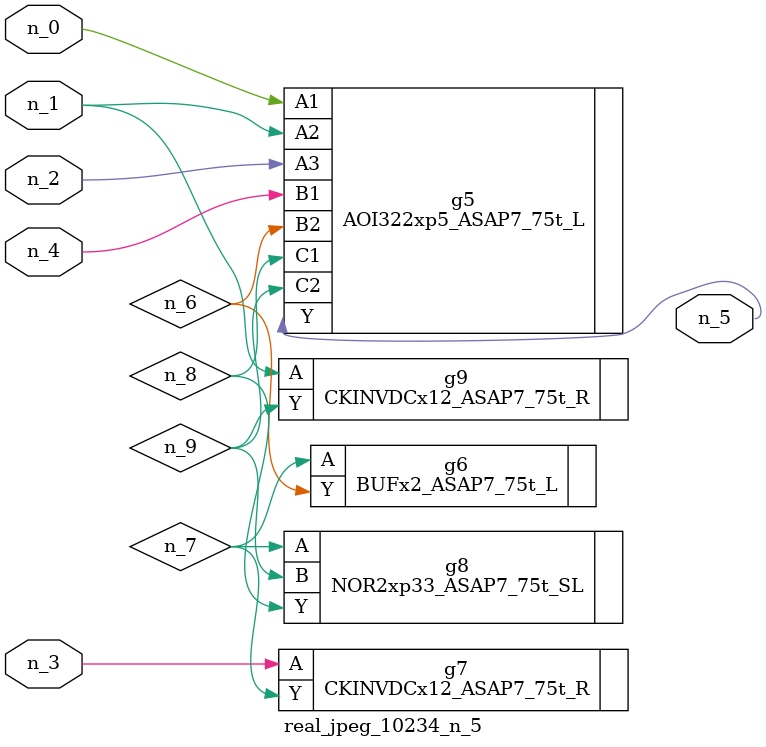
<source format=v>
module real_jpeg_10234_n_5 (n_4, n_0, n_1, n_2, n_3, n_5);

input n_4;
input n_0;
input n_1;
input n_2;
input n_3;

output n_5;

wire n_8;
wire n_6;
wire n_7;
wire n_9;

AOI322xp5_ASAP7_75t_L g5 ( 
.A1(n_0),
.A2(n_1),
.A3(n_2),
.B1(n_4),
.B2(n_6),
.C1(n_8),
.C2(n_9),
.Y(n_5)
);

CKINVDCx12_ASAP7_75t_R g9 ( 
.A(n_1),
.Y(n_9)
);

CKINVDCx12_ASAP7_75t_R g7 ( 
.A(n_3),
.Y(n_7)
);

BUFx2_ASAP7_75t_L g6 ( 
.A(n_7),
.Y(n_6)
);

NOR2xp33_ASAP7_75t_SL g8 ( 
.A(n_7),
.B(n_9),
.Y(n_8)
);


endmodule
</source>
